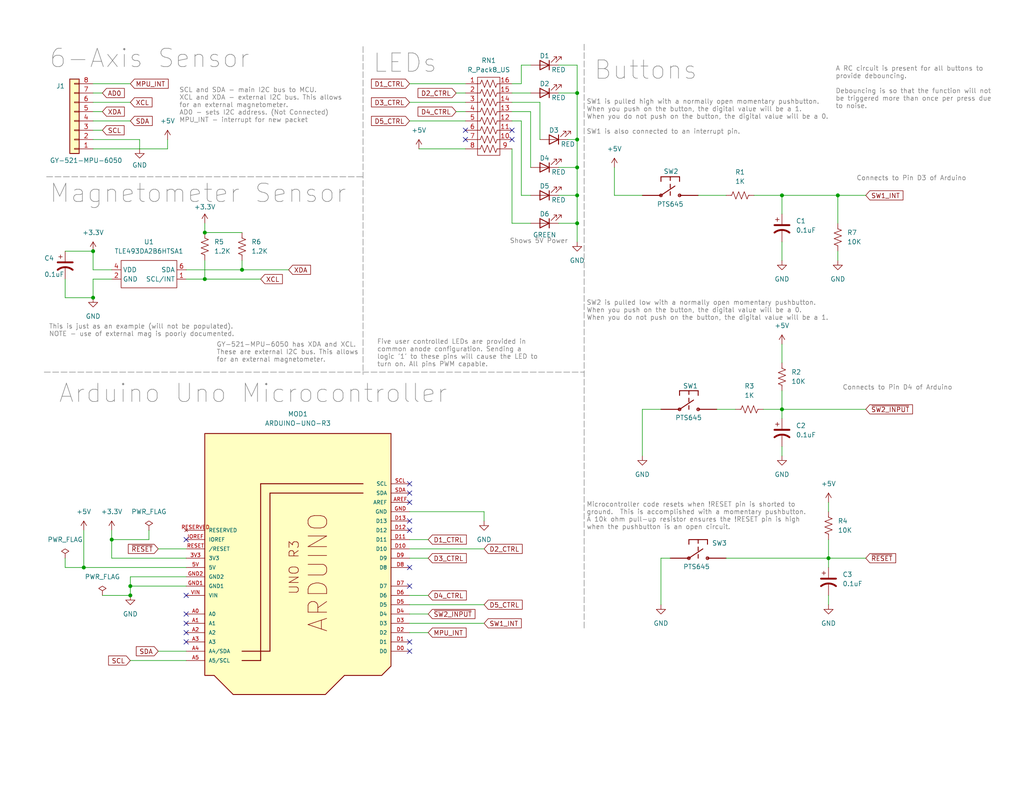
<source format=kicad_sch>
(kicad_sch (version 20230121) (generator eeschema)
  (paper "USLetter")
  (title_block (title "Week 3 Electrical Training Schematic") (date "2023-10-11") (rev "1.0") (company "RoboJackets"))
  (lib_symbols
    (symbol "Connector_Generic:Conn_01x08" (pin_names (offset 1.016) hide)
      (property "Reference" "J" (at 0 10.16 0))
      (property "Value" "Conn_01x08" (at 0 -12.7 0))
      (symbol "Conn_01x08_1_1"
        (rectangle (start -1.27 -10.033) (end 0 -10.287) (stroke (width 0.1524)))
        (rectangle (start -1.27 -7.493) (end 0 -7.747) (stroke (width 0.1524)))
        (rectangle (start -1.27 -4.953) (end 0 -5.207) (stroke (width 0.1524)))
        (rectangle (start -1.27 -2.413) (end 0 -2.667) (stroke (width 0.1524)))
        (rectangle (start -1.27 0.127) (end 0 -0.127) (stroke (width 0.1524)))
        (rectangle (start -1.27 2.667) (end 0 2.413) (stroke (width 0.1524)))
        (rectangle (start -1.27 5.207) (end 0 4.953) (stroke (width 0.1524)))
        (rectangle (start -1.27 7.747) (end 0 7.493) (stroke (width 0.1524)))
        (rectangle (start -1.27 8.89) (end 1.27 -11.43) (stroke (width 0.254)) (fill (type background)))
        (pin passive line (at -5.08 7.62 0) (length 3.81) (name "Pin_1") (number "1"))
        (pin passive line (at -5.08 5.08 0) (length 3.81) (name "Pin_2") (number "2"))
        (pin passive line (at -5.08 2.54 0) (length 3.81) (name "Pin_3") (number "3"))
        (pin passive line (at -5.08 0 0) (length 3.81) (name "Pin_4") (number "4"))
        (pin passive line (at -5.08 -2.54 0) (length 3.81) (name "Pin_5") (number "5"))
        (pin passive line (at -5.08 -5.08 0) (length 3.81) (name "Pin_6") (number "6"))
        (pin passive line (at -5.08 -7.62 0) (length 3.81) (name "Pin_7") (number "7"))
        (pin passive line (at -5.08 -10.16 0) (length 3.81) (name "Pin_8") (number "8"))
      )
    )
    (symbol "Device:C_Polarized_US" (pin_numbers hide) (pin_names (offset 0.254) hide)
      (property "Reference" "C" (at 0.635 2.54 0))
      (property "Value" "C_Polarized_US" (at 0.635 -2.54 0))
      (symbol "C_Polarized_US_0_1"
        (polyline (pts (xy -2.032 0.762) (xy 2.032 0.762)) (stroke (width 0.508)))
        (polyline (pts (xy -1.778 2.286) (xy -0.762 2.286)))
        (polyline (pts (xy -1.27 1.778) (xy -1.27 2.794)))
        (arc (start 2.032 -1.27) (mid 0 -0.5572) (end -2.032 -1.27) (stroke (width 0.508)))
      )
      (symbol "C_Polarized_US_1_1"
        (pin passive line (at 0 3.81 270) (length 2.794) (name "~") (number "1"))
        (pin passive line (at 0 -3.81 90) (length 3.302) (name "~") (number "2"))
      )
    )
    (symbol "Device:LED" (pin_numbers hide) (pin_names (offset 1.016) hide)
      (property "Reference" "D" (at 0 2.54 0))
      (property "Value" "LED" (at 0 -2.54 0))
      (symbol "LED_0_1"
        (polyline (pts (xy -1.27 -1.27) (xy -1.27 1.27)) (stroke (width 0.254)))
        (polyline (pts (xy -1.27 0) (xy 1.27 0)))
        (polyline (pts (xy 1.27 -1.27) (xy 1.27 1.27) (xy -1.27 0) (xy 1.27 -1.27)) (stroke (width 0.254)))
        (polyline (pts (xy -3.048 -0.762) (xy -4.572 -2.286) (xy -3.81 -2.286) (xy -4.572 -2.286) (xy -4.572 -1.524)))
        (polyline (pts (xy -1.778 -0.762) (xy -3.302 -2.286) (xy -2.54 -2.286) (xy -3.302 -2.286) (xy -3.302 -1.524)))
      )
      (symbol "LED_1_1"
        (pin passive line (at -3.81 0 0) (length 2.54) (name "K") (number "1"))
        (pin passive line (at 3.81 0 180) (length 2.54) (name "A") (number "2"))
      )
    )
    (symbol "Device:R_US" (pin_numbers hide) (pin_names (offset 0))
      (property "Reference" "R" (at 2.54 0 90))
      (property "Value" "R_US" (at -2.54 0 90))
      (symbol "R_US_0_1"
        (polyline (pts (xy 0 -2.286) (xy 0 -2.54)))
        (polyline (pts (xy 0 2.286) (xy 0 2.54)))
        (polyline (pts (xy 0 -0.762) (xy 1.016 -1.143) (xy 0 -1.524) (xy -1.016 -1.905) (xy 0 -2.286)))
        (polyline (pts (xy 0 0.762) (xy 1.016 0.381) (xy 0 0) (xy -1.016 -0.381) (xy 0 -0.762)))
        (polyline (pts (xy 0 2.286) (xy 1.016 1.905) (xy 0 1.524) (xy -1.016 1.143) (xy 0 0.762)))
      )
      (symbol "R_US_1_1"
        (pin passive line (at 0 3.81 270) (length 1.27) (name "~") (number "1"))
        (pin passive line (at 0 -3.81 90) (length 1.27) (name "~") (number "2"))
      )
    )
    (symbol "PTS645_1" (pin_names (offset 1.016))
      (property "Reference" "SW" (at -2.54 -2.54 0))
      (property "Value" "PTS645" (at 0.508 5.969 0))
      (symbol "PTS645_1_0_0"
        (circle (center -2.54 0) (radius 0.3592) (stroke (width 0.254)))
        (polyline (pts (xy -7.62 0) (xy -2.54 0)) (stroke (width 0.254)))
        (polyline (pts (xy -2.54 0) (xy 1.27 2.54)) (stroke (width 0.254)))
        (polyline (pts (xy -2.54 3.81) (xy -2.54 5.08)) (stroke (width 0.254)))
        (polyline (pts (xy -2.54 5.08) (xy 0 5.08)) (stroke (width 0.254)))
        (polyline (pts (xy 0 0) (xy 0 1.016)) (stroke (width 0.254)))
        (polyline (pts (xy 0 2.032) (xy 0 3.048)) (stroke (width 0.254)))
        (polyline (pts (xy 0 4.064) (xy 0 5.08)) (stroke (width 0.254)))
        (polyline (pts (xy 0 5.08) (xy 2.54 5.08)) (stroke (width 0.254)))
        (polyline (pts (xy 2.54 0) (xy 7.62 0)) (stroke (width 0.254)))
        (polyline (pts (xy 2.54 5.08) (xy 2.54 3.81)) (stroke (width 0.254)))
        (circle (center 2.54 0) (radius 0.3592) (stroke (width 0.254)))
      )
      (symbol "PTS645_1_1_0"
        (pin passive line (at -7.62 0 0) (length 5.08) hide (name "~") (number "1"))
        (pin passive line (at -7.62 0 0) (length 5.08) hide (name "~") (number "2"))
        (pin passive line (at 7.62 0 180) (length 5.08) hide (name "~") (number "3"))
        (pin passive line (at 7.62 0 180) (length 5.08) hide (name "~") (number "4"))
      )
    )
    (symbol "PTS645_2" (pin_names (offset 1.016))
      (property "Reference" "SW" (at -2.54 -2.54 0))
      (property "Value" "PTS645" (at 0.508 5.969 0))
      (symbol "PTS645_2_0_0"
        (circle (center -2.54 0) (radius 0.3592) (stroke (width 0.254)))
        (polyline (pts (xy -7.62 0) (xy -2.54 0)) (stroke (width 0.254)))
        (polyline (pts (xy -2.54 0) (xy 1.27 2.54)) (stroke (width 0.254)))
        (polyline (pts (xy -2.54 3.81) (xy -2.54 5.08)) (stroke (width 0.254)))
        (polyline (pts (xy -2.54 5.08) (xy 0 5.08)) (stroke (width 0.254)))
        (polyline (pts (xy 0 0) (xy 0 1.016)) (stroke (width 0.254)))
        (polyline (pts (xy 0 2.032) (xy 0 3.048)) (stroke (width 0.254)))
        (polyline (pts (xy 0 4.064) (xy 0 5.08)) (stroke (width 0.254)))
        (polyline (pts (xy 0 5.08) (xy 2.54 5.08)) (stroke (width 0.254)))
        (polyline (pts (xy 2.54 0) (xy 7.62 0)) (stroke (width 0.254)))
        (polyline (pts (xy 2.54 5.08) (xy 2.54 3.81)) (stroke (width 0.254)))
        (circle (center 2.54 0) (radius 0.3592) (stroke (width 0.254)))
      )
      (symbol "PTS645_2_1_0"
        (pin passive line (at -7.62 0 0) (length 5.08) hide (name "~") (number "1"))
        (pin passive line (at -7.62 0 0) (length 5.08) hide (name "~") (number "2"))
        (pin passive line (at 7.62 0 180) (length 5.08) hide (name "~") (number "3"))
        (pin passive line (at 7.62 0 180) (length 5.08) hide (name "~") (number "4"))
      )
    )
    (symbol "RoboJackets:ARDUINO-UNO-R3" (pin_names (offset 1.016))
      (property "Reference" "MOD" (at 30.861 -41.656 90))
      (property "Value" "ARDUINO-UNO-R3" (at -2.794 36.322 0))
      (symbol "ARDUINO-UNO-R3_0_0"
        (polyline (pts (xy -10.16 -27.94) (xy -15.24 -27.94)) (stroke (width 0.254)))
        (polyline (pts (xy -10.16 20.32) (xy -10.16 -27.94)) (stroke (width 0.254)))
        (polyline (pts (xy -7.62 -25.4) (xy -15.24 -25.4)) (stroke (width 0.254)))
        (polyline (pts (xy -7.62 17.78) (xy -7.62 -25.4)) (stroke (width 0.254)))
        (polyline (pts (xy 17.78 17.78) (xy -7.62 17.78)) (stroke (width 0.254)))
        (polyline (pts (xy 17.78 20.32) (xy -10.16 20.32)) (stroke (width 0.254)))
        (text "ARDUINO" (at 2.54 12.7 900) (effects (font (size 5.08 5.08)) (justify right top)))
        (text "UNO R3" (at -2.54 5.08 900) (effects (font (size 2.54 2.54)) (justify right top)))
        (pin power_in line (at -30.48 -2.54 0) (length 5.08) (name "5V") (number "5V"))
        (pin bidirectional line (at -30.48 -15.24 0) (length 5.08) (name "A0") (number "A0"))
        (pin bidirectional line (at -30.48 -17.78 0) (length 5.08) (name "A1") (number "A1"))
        (pin bidirectional line (at -30.48 -20.32 0) (length 5.08) (name "A2") (number "A2"))
        (pin bidirectional line (at -30.48 -22.86 0) (length 5.08) (name "A3") (number "A3"))
        (pin bidirectional line (at -30.48 -25.4 0) (length 5.08) (name "A4/SDA") (number "A4"))
        (pin bidirectional line (at -30.48 -27.94 0) (length 5.08) (name "A5/SCL") (number "A5"))
        (pin bidirectional line (at 30.48 15.24 180) (length 5.08) (name "AREF") (number "AREF"))
        (pin bidirectional line (at 30.48 -25.4 180) (length 5.08) (name "D0") (number "D0"))
        (pin bidirectional line (at 30.48 -22.86 180) (length 5.08) (name "D1") (number "D1"))
        (pin bidirectional line (at 30.48 2.54 180) (length 5.08) (name "D10") (number "D10"))
        (pin bidirectional line (at 30.48 5.08 180) (length 5.08) (name "D11") (number "D11"))
        (pin bidirectional line (at 30.48 7.62 180) (length 5.08) (name "D12") (number "D12"))
        (pin bidirectional line (at 30.48 10.16 180) (length 5.08) (name "D13") (number "D13"))
        (pin bidirectional line (at 30.48 -20.32 180) (length 5.08) (name "D2") (number "D2"))
        (pin bidirectional line (at 30.48 -17.78 180) (length 5.08) (name "D3") (number "D3"))
        (pin bidirectional line (at 30.48 -15.24 180) (length 5.08) (name "D4") (number "D4"))
        (pin bidirectional line (at 30.48 -12.7 180) (length 5.08) (name "D5") (number "D5"))
        (pin bidirectional line (at 30.48 -10.16 180) (length 5.08) (name "D6") (number "D6"))
        (pin bidirectional line (at 30.48 -7.62 180) (length 5.08) (name "D7") (number "D7"))
        (pin bidirectional line (at 30.48 -2.54 180) (length 5.08) (name "D8") (number "D8"))
        (pin bidirectional line (at 30.48 0 180) (length 5.08) (name "D9") (number "D9"))
        (pin power_in line (at 30.48 12.7 180) (length 5.08) (name "GND") (number "GND"))
        (pin power_in line (at -30.48 -7.62 0) (length 5.08) (name "GND1") (number "GND1"))
        (pin power_in line (at -30.48 -5.08 0) (length 5.08) (name "GND2") (number "GND2"))
        (pin output line (at -30.48 5.08 0) (length 5.08) (name "IOREF") (number "IOREF"))
        (pin no_connect line (at -30.48 7.62 0) (length 5.08) (name "RESERVED") (number "RESERVED"))
        (pin bidirectional line (at -30.48 2.54 0) (length 5.08) (name "/RESET") (number "RESET"))
        (pin bidirectional line (at 30.48 20.32 180) (length 5.08) (name "SCL") (number "SCL"))
        (pin bidirectional line (at 30.48 17.78 180) (length 5.08) (name "SDA") (number "SDA"))
        (pin power_in line (at -30.48 -10.16 0) (length 5.08) (name "VIN") (number "VIN"))
      )
      (symbol "ARDUINO-UNO-R3_1_0"
        (pin power_in line (at -30.48 0 0) (length 5.08) (name "3V3") (number "3V3"))
      )
      (symbol "ARDUINO-UNO-R3_1_1"
        (polyline (pts (xy 25.4 34.036) (xy -25.4 34.036) (xy -25.4 -32.004) (xy -22.86 -32.004) (xy -17.653 -37.211) (xy 7.493 -37.211) (xy 12.7 -32.004) (xy 22.86 -32.004) (xy 25.4 -29.464) (xy 25.4 34.036)) (stroke (width 0.254)) (fill (type background)))
      )
    )
    (symbol "RoboJackets:PTS645" (pin_names (offset 1.016))
      (property "Reference" "SW" (at -2.54 -2.54 0))
      (property "Value" "PTS645" (at 0.508 5.969 0))
      (symbol "PTS645_0_0"
        (circle (center -2.54 0) (radius 0.3592) (stroke (width 0.254)))
        (polyline (pts (xy -7.62 0) (xy -2.54 0)) (stroke (width 0.254)))
        (polyline (pts (xy -2.54 0) (xy 1.27 2.54)) (stroke (width 0.254)))
        (polyline (pts (xy -2.54 3.81) (xy -2.54 5.08)) (stroke (width 0.254)))
        (polyline (pts (xy -2.54 5.08) (xy 0 5.08)) (stroke (width 0.254)))
        (polyline (pts (xy 0 0) (xy 0 1.016)) (stroke (width 0.254)))
        (polyline (pts (xy 0 2.032) (xy 0 3.048)) (stroke (width 0.254)))
        (polyline (pts (xy 0 4.064) (xy 0 5.08)) (stroke (width 0.254)))
        (polyline (pts (xy 0 5.08) (xy 2.54 5.08)) (stroke (width 0.254)))
        (polyline (pts (xy 2.54 0) (xy 7.62 0)) (stroke (width 0.254)))
        (polyline (pts (xy 2.54 5.08) (xy 2.54 3.81)) (stroke (width 0.254)))
        (circle (center 2.54 0) (radius 0.3592) (stroke (width 0.254)))
      )
      (symbol "PTS645_1_0"
        (pin passive line (at -7.62 0 0) (length 5.08) hide (name "~") (number "1"))
        (pin passive line (at -7.62 0 0) (length 5.08) hide (name "~") (number "2"))
        (pin passive line (at 7.62 0 180) (length 5.08) hide (name "~") (number "3"))
        (pin passive line (at 7.62 0 180) (length 5.08) hide (name "~") (number "4"))
      )
    )
    (symbol "RoboJackets:R_Pack8_US"
      (property "Reference" "RN" (at 1.2192 2.794 0))
      (property "Value" "R_Pack8_US" (at 1.3208 -21.0566 0))
      (symbol "R_Pack8_US_0_1"
        (rectangle (start -1.778 1.778) (end 4.318 -19.558))
        (polyline (pts (xy -1.016 -17.78) (xy -1.27 -17.78)))
        (polyline (pts (xy -1.016 -15.24) (xy -1.27 -15.24)))
        (polyline (pts (xy -1.016 -12.7) (xy -1.27 -12.7)))
        (polyline (pts (xy -1.016 -10.16) (xy -1.27 -10.16)))
        (polyline (pts (xy -1.016 -7.62) (xy -1.27 -7.62)))
        (polyline (pts (xy -1.016 -5.08) (xy -1.27 -5.08)))
        (polyline (pts (xy -1.016 -2.54) (xy -1.27 -2.54)))
        (polyline (pts (xy -1.016 0) (xy -1.27 0)))
        (polyline (pts (xy 3.556 -17.78) (xy 3.81 -17.78)))
        (polyline (pts (xy 3.556 -15.24) (xy 3.81 -15.24)))
        (polyline (pts (xy 3.556 -12.7) (xy 3.81 -12.7)))
        (polyline (pts (xy 3.556 -10.16) (xy 3.81 -10.16)))
        (polyline (pts (xy 3.556 -7.62) (xy 3.81 -7.62)))
        (polyline (pts (xy 3.556 -5.08) (xy 3.81 -5.08)))
        (polyline (pts (xy 3.556 -2.54) (xy 3.81 -2.54)))
        (polyline (pts (xy 3.556 0) (xy 3.81 0)))
        (polyline (pts (xy -1.016 -17.78) (xy -0.635 -16.764) (xy -0.254 -17.78) (xy 0.127 -18.796) (xy 0.508 -17.78)))
        (polyline (pts (xy -1.016 -15.24) (xy -0.635 -14.224) (xy -0.254 -15.24) (xy 0.127 -16.256) (xy 0.508 -15.24)))
        (polyline (pts (xy -1.016 -12.7) (xy -0.635 -11.684) (xy -0.254 -12.7) (xy 0.127 -13.716) (xy 0.508 -12.7)))
        (polyline (pts (xy -1.016 -10.16) (xy -0.635 -9.144) (xy -0.254 -10.16) (xy 0.127 -11.176) (xy 0.508 -10.16)))
        (polyline (pts (xy -1.016 -7.62) (xy -0.635 -6.604) (xy -0.254 -7.62) (xy 0.127 -8.636) (xy 0.508 -7.62)))
        (polyline (pts (xy -1.016 -5.08) (xy -0.635 -4.064) (xy -0.254 -5.08) (xy 0.127 -6.096) (xy 0.508 -5.08)))
        (polyline (pts (xy -1.016 -2.54) (xy -0.635 -1.524) (xy -0.254 -2.54) (xy 0.127 -3.556) (xy 0.508 -2.54)))
        (polyline (pts (xy -1.016 0) (xy -0.635 1.016) (xy -0.254 0) (xy 0.127 -1.016) (xy 0.508 0)))
        (polyline (pts (xy 0.508 -17.78) (xy 0.889 -16.764) (xy 1.27 -17.78) (xy 1.651 -18.796) (xy 2.032 -17.78)))
        (polyline (pts (xy 0.508 -15.24) (xy 0.889 -14.224) (xy 1.27 -15.24) (xy 1.651 -16.256) (xy 2.032 -15.24)))
        (polyline (pts (xy 0.508 -12.7) (xy 0.889 -11.684) (xy 1.27 -12.7) (xy 1.651 -13.716) (xy 2.032 -12.7)))
        (polyline (pts (xy 0.508 -10.16) (xy 0.889 -9.144) (xy 1.27 -10.16) (xy 1.651 -11.176) (xy 2.032 -10.16)))
        (polyline (pts (xy 0.508 -7.62) (xy 0.889 -6.604) (xy 1.27 -7.62) (xy 1.651 -8.636) (xy 2.032 -7.62)))
        (polyline (pts (xy 0.508 -5.08) (xy 0.889 -4.064) (xy 1.27 -5.08) (xy 1.651 -6.096) (xy 2.032 -5.08)))
        (polyline (pts (xy 0.508 -2.54) (xy 0.889 -1.524) (xy 1.27 -2.54) (xy 1.651 -3.556) (xy 2.032 -2.54)))
        (polyline (pts (xy 0.508 0) (xy 0.889 1.016) (xy 1.27 0) (xy 1.651 -1.016) (xy 2.032 0)))
        (polyline (pts (xy 2.032 -17.78) (xy 2.413 -16.764) (xy 2.794 -17.78) (xy 3.175 -18.796) (xy 3.556 -17.78)))
        (polyline (pts (xy 2.032 -15.24) (xy 2.413 -14.224) (xy 2.794 -15.24) (xy 3.175 -16.256) (xy 3.556 -15.24)))
        (polyline (pts (xy 2.032 -12.7) (xy 2.413 -11.684) (xy 2.794 -12.7) (xy 3.175 -13.716) (xy 3.556 -12.7)))
        (polyline (pts (xy 2.032 -10.16) (xy 2.413 -9.144) (xy 2.794 -10.16) (xy 3.175 -11.176) (xy 3.556 -10.16)))
        (polyline (pts (xy 2.032 -7.62) (xy 2.413 -6.604) (xy 2.794 -7.62) (xy 3.175 -8.636) (xy 3.556 -7.62)))
        (polyline (pts (xy 2.032 -5.08) (xy 2.413 -4.064) (xy 2.794 -5.08) (xy 3.175 -6.096) (xy 3.556 -5.08)))
        (polyline (pts (xy 2.032 -2.54) (xy 2.413 -1.524) (xy 2.794 -2.54) (xy 3.175 -3.556) (xy 3.556 -2.54)))
        (polyline (pts (xy 2.032 0) (xy 2.413 1.016) (xy 2.794 0) (xy 3.175 -1.016) (xy 3.556 0)))
      )
      (symbol "R_Pack8_US_1_1"
        (pin passive line (at -5.08 0 0) (length 3.81) (name "~") (number "1"))
        (pin passive line (at 7.62 -15.24 180) (length 3.81) (name "~") (number "10"))
        (pin passive line (at 7.62 -12.7 180) (length 3.81) (name "~") (number "11"))
        (pin passive line (at 7.62 -10.16 180) (length 3.81) (name "~") (number "12"))
        (pin passive line (at 7.62 -7.62 180) (length 3.81) (name "~") (number "13"))
        (pin passive line (at 7.62 -5.08 180) (length 3.81) (name "~") (number "14"))
        (pin passive line (at 7.62 -2.54 180) (length 3.81) (name "~") (number "15"))
        (pin passive line (at 7.62 0 180) (length 3.81) (name "~") (number "16"))
        (pin passive line (at -5.08 -2.54 0) (length 3.81) (name "~") (number "2"))
        (pin passive line (at -5.08 -5.08 0) (length 3.81) (name "~") (number "3"))
        (pin passive line (at -5.08 -7.62 0) (length 3.81) (name "~") (number "4"))
        (pin passive line (at -5.08 -10.16 0) (length 3.81) (name "~") (number "5"))
        (pin passive line (at -5.08 -12.7 0) (length 3.81) (name "~") (number "6"))
        (pin passive line (at -5.08 -15.24 0) (length 3.81) (name "~") (number "7"))
        (pin passive line (at -5.08 -17.78 0) (length 3.81) (name "~") (number "8"))
        (pin passive line (at 7.62 -17.78 180) (length 3.81) (name "~") (number "9"))
      )
    )
    (symbol "RoboJackets:TLE493DA2B6HTSA1"
      (property "Reference" "U" (at -1.2144 3.8475 0))
      (property "Value" "TLE493DA2B6HTSA1" (at -0.4826 -6.8326 0))
      (symbol "TLE493DA2B6HTSA1_0_1"
        (rectangle (start -7.5946 2.54) (end 7.62 -4.9276))
      )
      (symbol "TLE493DA2B6HTSA1_1_1"
        (pin passive line (at 10.16 -2.54 180) (length 2.54) (name "SCL/INT") (number "1"))
        (pin passive line (at -10.16 -2.54 0) (length 2.54) (name "GND") (number "2"))
        (pin passive line (at -10.16 -2.54 0) (length 2.54) hide (name "GND") (number "3"))
        (pin passive line (at -10.16 0 0) (length 2.54) (name "VDD") (number "4"))
        (pin passive line (at -10.16 -2.54 0) (length 2.54) hide (name "GND") (number "5"))
        (pin passive line (at 10.16 0 180) (length 2.54) (name "SDA") (number "6"))
      )
    )
    (symbol "power:+3.3V" (power) (pin_names (offset 0))
      (property "Value" "+3.3V" (at 0 3.556 0))
      (symbol "+3.3V_0_1"
        (polyline (pts (xy -0.762 1.27) (xy 0 2.54)))
        (polyline (pts (xy 0 0) (xy 0 2.54)))
        (polyline (pts (xy 0 2.54) (xy 0.762 1.27)))
      )
      (symbol "+3.3V_1_1"
        (pin power_in line (at 0 0 90) (length 0) hide (name "+3.3V") (number "1"))
      )
    )
    (symbol "power:+5V" (power) (pin_names (offset 0))
      (property "Value" "+5V" (at 0 3.556 0))
      (symbol "+5V_0_1"
        (polyline (pts (xy -0.762 1.27) (xy 0 2.54)))
        (polyline (pts (xy 0 0) (xy 0 2.54)))
        (polyline (pts (xy 0 2.54) (xy 0.762 1.27)))
      )
      (symbol "+5V_1_1"
        (pin power_in line (at 0 0 90) (length 0) hide (name "+5V") (number "1"))
      )
    )
    (symbol "power:GND" (power) (pin_names (offset 0))
      (property "Value" "GND" (at 0 -3.81 0))
      (symbol "GND_0_1"
        (polyline (pts (xy 0 0) (xy 0 -1.27) (xy 1.27 -1.27) (xy 0 -2.54) (xy -1.27 -1.27) (xy 0 -1.27)))
      )
      (symbol "GND_1_1"
        (pin power_in line (at 0 0 270) (length 0) hide (name "GND") (number "1"))
      )
    )
    (symbol "power:PWR_FLAG" (power) (pin_numbers hide) (pin_names (offset 0) hide)
      (property "Value" "PWR_FLAG" (at 0 3.81 0))
      (symbol "PWR_FLAG_0_0"
        (pin power_out line (at 0 0 90) (length 0) (name "pwr") (number "1"))
      )
      (symbol "PWR_FLAG_0_1"
        (polyline (pts (xy 0 0) (xy 0 1.27) (xy -1.016 1.905) (xy 0 2.54) (xy 1.016 1.905) (xy 0 1.27)))
      )
    )
  )
  (junction (at 22.86 154.94))
  (junction (at 213.36 111.76))
  (junction (at 157.48 53.34))
  (junction (at 35.56 162.56))
  (junction (at 157.48 45.72))
  (junction (at 226.06 152.4))
  (junction (at 157.48 38.1))
  (junction (at 213.36 53.34))
  (junction (at 66.04 73.66))
  (junction (at 55.88 63.5))
  (junction (at 55.88 76.2))
  (junction (at 157.48 60.96))
  (junction (at 35.56 160.02))
  (junction (at 25.4 68.58))
  (junction (at 25.4 81.28))
  (junction (at 157.48 25.4))
  (junction (at 228.6 53.34))
  (junction (at 30.48 147.32))
  (no_connect (at 111.76 134.62))
  (no_connect (at 50.8 175.26))
  (no_connect (at 127 35.56))
  (no_connect (at 139.7 38.1))
  (no_connect (at 50.8 167.64))
  (no_connect (at 111.76 142.24))
  (no_connect (at 111.76 177.8))
  (no_connect (at 111.76 160.02))
  (no_connect (at 111.76 137.16))
  (no_connect (at 50.8 170.18))
  (no_connect (at 139.7 35.56))
  (no_connect (at 50.8 162.56))
  (no_connect (at 111.76 175.26))
  (no_connect (at 50.8 147.32))
  (no_connect (at 111.76 144.78))
  (no_connect (at 111.76 132.08))
  (no_connect (at 50.8 172.72))
  (no_connect (at 111.76 154.94))
  (no_connect (at 127 38.1))
  (wire (pts (xy 27.94 162.56) (xy 35.56 162.56)))
  (wire (pts (xy 175.26 111.76) (xy 175.26 124.46)))
  (wire (pts (xy 30.48 152.4) (xy 30.48 147.32)))
  (wire (pts (xy 157.48 60.96) (xy 157.48 66.04)))
  (wire (pts (xy 111.76 172.72) (xy 116.84 172.72)))
  (wire (pts (xy 25.4 73.66) (xy 30.48 73.66)))
  (wire (pts (xy 142.24 22.86) (xy 139.7 22.86)))
  (wire (pts (xy 127 40.64) (xy 114.3 40.64)))
  (wire (pts (xy 50.8 76.2) (xy 55.88 76.2)))
  (wire (pts (xy 213.36 106.68) (xy 213.36 111.76)))
  (wire (pts (xy 55.88 76.2) (xy 55.88 71.12)))
  (wire (pts (xy 111.76 147.32) (xy 116.84 147.32)))
  (wire (pts (xy 124.46 30.48) (xy 127 30.48)))
  (wire (pts (xy 144.78 30.48) (xy 139.7 30.48)))
  (wire (pts (xy 35.56 157.48) (xy 50.8 157.48)))
  (wire (pts (xy 35.56 157.48) (xy 35.56 160.02)))
  (wire (pts (xy 17.78 68.58) (xy 25.4 68.58)))
  (wire (pts (xy 25.4 33.02) (xy 35.56 33.02)))
  (wire (pts (xy 25.4 76.2) (xy 25.4 81.28)))
  (wire (pts (xy 25.4 35.56) (xy 27.94 35.56)))
  (wire (pts (xy 22.86 154.94) (xy 22.86 144.78)))
  (wire (pts (xy 25.4 40.64) (xy 45.72 40.64)))
  (wire (pts (xy 152.4 53.34) (xy 157.48 53.34)))
  (polyline (pts (xy 159.385 12.065) (xy 159.385 171.831)) (stroke (width 0) (type dash) (color 128 128 128 1)))
  (wire (pts (xy 175.26 111.76) (xy 180.34 111.76)))
  (wire (pts (xy 55.88 60.96) (xy 55.88 63.5)))
  (wire (pts (xy 111.76 22.86) (xy 127 22.86)))
  (wire (pts (xy 180.34 152.4) (xy 180.34 165.1)))
  (wire (pts (xy 142.24 17.78) (xy 144.78 17.78)))
  (wire (pts (xy 139.7 25.4) (xy 144.78 25.4)))
  (wire (pts (xy 226.06 162.56) (xy 226.06 165.1)))
  (wire (pts (xy 139.7 60.96) (xy 139.7 40.64)))
  (wire (pts (xy 111.76 27.94) (xy 127 27.94)))
  (wire (pts (xy 25.4 27.94) (xy 35.56 27.94)))
  (wire (pts (xy 144.78 60.96) (xy 139.7 60.96)))
  (wire (pts (xy 25.4 68.58) (xy 25.4 73.66)))
  (wire (pts (xy 226.06 152.4) (xy 236.22 152.4)))
  (wire (pts (xy 35.56 160.02) (xy 35.56 162.56)))
  (wire (pts (xy 213.36 53.34) (xy 213.36 58.42)))
  (wire (pts (xy 111.76 165.1) (xy 132.08 165.1)))
  (wire (pts (xy 17.78 152.4) (xy 17.78 154.94)))
  (wire (pts (xy 190.5 53.34) (xy 198.12 53.34)))
  (wire (pts (xy 228.6 68.58) (xy 228.6 71.12)))
  (wire (pts (xy 111.76 170.18) (xy 132.08 170.18)))
  (wire (pts (xy 213.36 53.34) (xy 228.6 53.34)))
  (wire (pts (xy 167.64 45.72) (xy 167.64 53.34)))
  (wire (pts (xy 208.28 111.76) (xy 213.36 111.76)))
  (wire (pts (xy 226.06 137.16) (xy 226.06 139.7)))
  (wire (pts (xy 43.18 149.86) (xy 50.8 149.86)))
  (wire (pts (xy 17.78 154.94) (xy 22.86 154.94)))
  (wire (pts (xy 213.36 121.92) (xy 213.36 124.46)))
  (wire (pts (xy 226.06 147.32) (xy 226.06 152.4)))
  (wire (pts (xy 157.48 38.1) (xy 157.48 45.72)))
  (wire (pts (xy 228.6 53.34) (xy 228.6 60.96)))
  (wire (pts (xy 198.12 152.4) (xy 226.06 152.4)))
  (wire (pts (xy 35.56 160.02) (xy 50.8 160.02)))
  (wire (pts (xy 157.48 17.78) (xy 152.4 17.78)))
  (wire (pts (xy 50.8 73.66) (xy 66.04 73.66)))
  (wire (pts (xy 25.4 25.4) (xy 27.94 25.4)))
  (wire (pts (xy 152.4 45.72) (xy 157.48 45.72)))
  (polyline (pts (xy 12.7 48.26) (xy 99.06 48.26)) (stroke (width 0) (type dash) (color 128 128 128 1)))
  (polyline (pts (xy 12.065 101.6) (xy 159.385 101.6)) (stroke (width 0) (type dash) (color 128 128 128 1)))
  (wire (pts (xy 213.36 66.04) (xy 213.36 71.12)))
  (wire (pts (xy 144.78 53.34) (xy 142.24 53.34)))
  (wire (pts (xy 167.64 53.34) (xy 175.26 53.34)))
  (wire (pts (xy 142.24 17.78) (xy 142.24 22.86)))
  (wire (pts (xy 124.46 25.4) (xy 127 25.4)))
  (wire (pts (xy 30.48 147.32) (xy 30.48 144.78)))
  (wire (pts (xy 45.72 40.64) (xy 45.72 38.1)))
  (wire (pts (xy 157.48 45.72) (xy 157.48 53.34)))
  (wire (pts (xy 111.76 162.56) (xy 116.84 162.56)))
  (wire (pts (xy 152.4 25.4) (xy 157.48 25.4)))
  (wire (pts (xy 111.76 33.02) (xy 127 33.02)))
  (wire (pts (xy 55.88 63.5) (xy 66.04 63.5)))
  (wire (pts (xy 154.94 38.1) (xy 157.48 38.1)))
  (wire (pts (xy 226.06 152.4) (xy 226.06 154.94)))
  (wire (pts (xy 144.78 45.72) (xy 144.78 30.48)))
  (wire (pts (xy 132.08 139.7) (xy 132.08 142.24)))
  (wire (pts (xy 228.6 53.34) (xy 236.22 53.34)))
  (wire (pts (xy 195.58 111.76) (xy 200.66 111.76)))
  (wire (pts (xy 111.76 152.4) (xy 116.84 152.4)))
  (wire (pts (xy 213.36 111.76) (xy 213.36 114.3)))
  (wire (pts (xy 213.36 111.76) (xy 236.22 111.76)))
  (wire (pts (xy 142.24 33.02) (xy 139.7 33.02)))
  (wire (pts (xy 25.4 22.86) (xy 35.56 22.86)))
  (wire (pts (xy 142.24 53.34) (xy 142.24 33.02)))
  (wire (pts (xy 111.76 167.64) (xy 116.84 167.64)))
  (wire (pts (xy 43.18 177.8) (xy 50.8 177.8)))
  (wire (pts (xy 30.48 152.4) (xy 50.8 152.4)))
  (polyline (pts (xy 99.06 12.7) (xy 99.06 102.235)) (stroke (width 0) (type dash) (color 128 128 128 1)))
  (wire (pts (xy 25.4 81.28) (xy 17.78 81.28)))
  (wire (pts (xy 25.4 76.2) (xy 30.48 76.2)))
  (wire (pts (xy 25.4 38.1) (xy 38.1 38.1)))
  (wire (pts (xy 55.88 76.2) (xy 71.12 76.2)))
  (wire (pts (xy 66.04 71.12) (xy 66.04 73.66)))
  (wire (pts (xy 111.76 139.7) (xy 132.08 139.7)))
  (wire (pts (xy 40.64 144.78) (xy 40.64 147.32)))
  (wire (pts (xy 147.32 27.94) (xy 147.32 38.1)))
  (wire (pts (xy 111.76 149.86) (xy 132.08 149.86)))
  (wire (pts (xy 25.4 30.48) (xy 27.94 30.48)))
  (wire (pts (xy 152.4 60.96) (xy 157.48 60.96)))
  (wire (pts (xy 157.48 53.34) (xy 157.48 60.96)))
  (wire (pts (xy 157.48 25.4) (xy 157.48 17.78)))
  (wire (pts (xy 205.74 53.34) (xy 213.36 53.34)))
  (wire (pts (xy 35.56 180.34) (xy 50.8 180.34)))
  (wire (pts (xy 182.88 152.4) (xy 180.34 152.4)))
  (wire (pts (xy 66.04 73.66) (xy 78.74 73.66)))
  (wire (pts (xy 40.64 147.32) (xy 30.48 147.32)))
  (wire (pts (xy 17.78 81.28) (xy 17.78 76.2)))
  (wire (pts (xy 157.48 25.4) (xy 157.48 38.1)))
  (wire (pts (xy 147.32 27.94) (xy 139.7 27.94)))
  (wire (pts (xy 38.1 38.1) (xy 38.1 40.64)))
  (wire (pts (xy 213.36 93.98) (xy 213.36 99.06)))
  (wire (pts (xy 22.86 154.94) (xy 50.8 154.94)))
  (text "Magnetometer Sensor" (at 13.335 55.88 0) (effects (font (size 5 5)) (justify left bottom)))
  (text "Shows 5V Power" (at 139.065 66.675 0) (effects (font (size 1.27 1.27)) (justify left bottom)))
  (text "SW1 is pulled high with a normally open momentary pushbutton. \nWhen you push on the button, the digital value will be a 1.\nWhen you do not push on the button, the digital value will be a 0.\n\nSW1 is also connected to an interrupt pin." (at 160.02 36.83 0) (effects (font (size 1.27 1.27)) (justify left bottom)))
  (text "Buttons" (at 161.925 22.225 0) (effects (font (size 5 5)) (justify left bottom)))
  (text "Arduino Uno Microcontroller" (at 15.875 110.49 0) (effects (font (size 5 5)) (justify left bottom)))
  (text "This is just as an example (will not be populated).\nNOTE - use of external mag is poorly documented." (at 13.335 92.075 0) (effects (font (size 1.27 1.27)) (justify left bottom)))
  (text "GY-521-MPU-6050 has XDA and XCL. \nThese are external I2C bus. This allows \nfor an external magnetometer." (at 59.055 99.06 0) (effects (font (size 1.27 1.27)) (justify left bottom)))
  (text "LEDs" (at 101.6 20.32 0) (effects (font (size 5 5)) (justify left bottom)))
  (text "A RC circuit is present for all buttons to \nprovide debouncing.\n\nDebouncing is so that the function will not \nbe triggered more than once per press due \nto noise." (at 227.965 29.845 0) (effects (font (size 1.27 1.27)) (justify left bottom)))
  (text "6-Axis Sensor" (at 13.335 19.05 0) (effects (font (size 5 5)) (justify left bottom)))
  (text "Connects to Pin D3 of Arduino" (at 233.68 49.53 0) (effects (font (size 1.27 1.27)) (justify left bottom)))
  (text "SCL and SDA - main I2C bus to MCU. \nXCL and XDA - external I2C bus. This allows \nfor an external magnetometer.\nAD0 - sets I2C address. (Not Connected)\nMPU_INT - interrupt for new packet" (at 48.895 33.655 0) (effects (font (size 1.27 1.27)) (justify left bottom)))
  (text "Five user controlled LEDs are provided in \ncommon anode configuration. Sending a \nlogic '1' to these pins will cause the LED to\nturn on. All pins PWM capable." (at 102.87 100.33 0) (effects (font (size 1.27 1.27)) (justify left bottom)))
  (text "Connects to Pin D4 of Arduino" (at 229.87 106.68 0) (effects (font (size 1.27 1.27)) (justify left bottom)))
  (text "SW2 is pulled low with a normally open momentary pushbutton. \nWhen you push on the button, the digital value will be a 0.\nWhen you do not push on the button, the digital value will be a 1." (at 160.02 87.63 0) (effects (font (size 1.27 1.27)) (justify left bottom)))
  (text "Microcontroller code resets when !RESET pin is shorted to\nground.  This is accomplished with a momentary pushbutton. \nA 10k ohm pull-up resistor ensures the !RESET pin is high\nwhen the pushbutton is an open circuit." (at 160.02 144.78 0) (effects (font (size 1.27 1.27)) (justify left bottom)))
  (global_label "D3_CTRL" (shape input) (at 111.76 27.94 180) (property "Intersheetrefs" "${INTERSHEET_REFS}" (effects hide)))
  (global_label "D4_CTRL" (shape input) (at 116.84 162.56 0) (property "Intersheetrefs" "${INTERSHEET_REFS}" (effects hide)))
  (global_label "SCL" (shape input) (at 27.94 35.56 0) (property "Intersheetrefs" "${INTERSHEET_REFS}" (effects hide)))
  (global_label "~{SW2_INPUT}" (shape input) (at 116.84 167.64 0) (property "Intersheetrefs" "${INTERSHEET_REFS}" (effects hide)))
  (global_label "D1_CTRL" (shape input) (at 116.84 147.32 0) (property "Intersheetrefs" "${INTERSHEET_REFS}" (effects hide)))
  (global_label "SDA" (shape input) (at 35.56 33.02 0) (property "Intersheetrefs" "${INTERSHEET_REFS}" (effects hide)))
  (global_label "D1_CTRL" (shape input) (at 111.76 22.86 180) (property "Intersheetrefs" "${INTERSHEET_REFS}" (effects hide)))
  (global_label "D4_CTRL" (shape input) (at 124.46 30.48 180) (property "Intersheetrefs" "${INTERSHEET_REFS}" (effects hide)))
  (global_label "SW1_INT" (shape input) (at 132.08 170.18 0) (property "Intersheetrefs" "${INTERSHEET_REFS}" (effects hide)))
  (global_label "D5_CTRL" (shape input) (at 132.08 165.1 0) (property "Intersheetrefs" "${INTERSHEET_REFS}" (effects hide)))
  (global_label "D3_CTRL" (shape input) (at 116.84 152.4 0) (property "Intersheetrefs" "${INTERSHEET_REFS}" (effects hide)))
  (global_label "SW1_INT" (shape input) (at 236.22 53.34 0) (property "Intersheetrefs" "${INTERSHEET_REFS}" (effects hide)))
  (global_label "XDA" (shape input) (at 78.74 73.66 0) (property "Intersheetrefs" "${INTERSHEET_REFS}" (effects hide)))
  (global_label "MPU_INT" (shape input) (at 35.56 22.86 0) (property "Intersheetrefs" "${INTERSHEET_REFS}" (effects hide)))
  (global_label "SCL" (shape input) (at 35.56 180.34 180) (property "Intersheetrefs" "${INTERSHEET_REFS}" (effects hide)))
  (global_label "AD0" (shape input) (at 27.94 25.4 0) (property "Intersheetrefs" "${INTERSHEET_REFS}" (effects hide)))
  (global_label "XCL" (shape input) (at 35.56 27.94 0) (property "Intersheetrefs" "${INTERSHEET_REFS}" (effects hide)))
  (global_label "SDA" (shape input) (at 43.18 177.8 180) (property "Intersheetrefs" "${INTERSHEET_REFS}" (effects hide)))
  (global_label "~{SW2_INPUT}" (shape input) (at 236.22 111.76 0) (property "Intersheetrefs" "${INTERSHEET_REFS}" (effects hide)))
  (global_label "~{RESET}" (shape input) (at 43.18 149.86 180) (property "Intersheetrefs" "${INTERSHEET_REFS}" (effects hide)))
  (global_label "D2_CTRL" (shape input) (at 132.08 149.86 0) (property "Intersheetrefs" "${INTERSHEET_REFS}" (effects hide)))
  (global_label "~{RESET}" (shape input) (at 236.22 152.4 0) (property "Intersheetrefs" "${INTERSHEET_REFS}" (effects hide)))
  (global_label "MPU_INT" (shape input) (at 116.84 172.72 0) (property "Intersheetrefs" "${INTERSHEET_REFS}" (effects hide)))
  (global_label "XDA" (shape input) (at 27.94 30.48 0) (property "Intersheetrefs" "${INTERSHEET_REFS}" (effects hide)))
  (global_label "D2_CTRL" (shape input) (at 124.46 25.4 180) (property "Intersheetrefs" "${INTERSHEET_REFS}" (effects hide)))
  (global_label "D5_CTRL" (shape input) (at 111.76 33.02 180) (property "Intersheetrefs" "${INTERSHEET_REFS}" (effects hide)))
  (global_label "XCL" (shape input) (at 71.12 76.2 0) (property "Intersheetrefs" "${INTERSHEET_REFS}" (effects hide)))
  (symbol (lib_id "power:GND") (at 180.34 165.1 0) (unit 1)
    (property "Reference" "#PWR07" (effects hide))
    (property "Value" "GND" (at 180.34 170.18 0))
  )
  (symbol (lib_id "power:GND") (at 228.6 71.12 0) (unit 1)
    (property "Reference" "#PWR03" (effects hide))
    (property "Value" "GND" (at 228.6 76.2 0))
  )
  (symbol (lib_id "power:PWR_FLAG") (at 27.94 162.56 0) (unit 1)
    (property "Reference" "#FLG03" (effects hide))
    (property "Value" "PWR_FLAG" (at 27.94 157.48 0))
  )
  (symbol (lib_id "Device:R_US") (at 226.06 143.51 0) (unit 1)
    (property "Reference" "R4" (at 228.6 142.24 0) (effects (justify left)))
    (property "Value" "10K" (at 228.6 144.78 0) (effects (justify left)))
    (property "Footprint" "Resistor_SMD:R_0603_1608Metric_Pad0.98x0.95mm_HandSolder" (effects hide))
  )
  (symbol (lib_id "power:GND") (at 132.08 142.24 0) (unit 1)
    (property "Reference" "#PWR020" (effects hide))
    (property "Value" "GND" (at 132.08 147.32 0))
  )
  (symbol (lib_id "power:PWR_FLAG") (at 17.78 152.4 0) (unit 1)
    (property "Reference" "#FLG01" (effects hide))
    (property "Value" "PWR_FLAG" (at 17.78 147.32 0))
  )
  (symbol (lib_id "Device:LED") (at 148.59 17.78 180) (unit 1)
    (property "Reference" "D1" (at 148.59 15.24 0))
    (property "Value" "RED" (at 152.4 19.05 0))
    (property "Footprint" "LED_SMD:LED_0603_1608Metric_Pad1.05x0.95mm_HandSolder" (effects hide))
  )
  (symbol (lib_id "Device:C_Polarized_US") (at 17.78 72.39 0) (unit 1)
    (property "Reference" "C4" (at 12.065 70.485 0) (effects (justify left)))
    (property "Value" "0.1uF" (at 12.065 74.93 0) (effects (justify left)))
    (property "Footprint" "Capacitor_SMD:C_0805_2012Metric_Pad1.18x1.45mm_HandSolder" (effects hide))
  )
  (symbol (lib_id "Device:C_Polarized_US") (at 213.36 118.11 0) (unit 1)
    (property "Reference" "C2" (at 217.17 116.205 0) (effects (justify left)))
    (property "Value" "0.1uF" (at 217.17 118.745 0) (effects (justify left)))
    (property "Footprint" "Capacitor_SMD:C_0805_2012Metric_Pad1.18x1.45mm_HandSolder" (effects hide))
  )
  (symbol (lib_id "Device:LED") (at 148.59 45.72 180) (unit 1)
    (property "Reference" "D4" (at 148.59 43.18 0))
    (property "Value" "RED" (at 152.4 46.99 0))
    (property "Footprint" "LED_SMD:LED_0603_1608Metric_Pad1.05x0.95mm_HandSolder" (effects hide))
  )
  (symbol (lib_name "PTS645_1") (lib_id "RoboJackets:PTS645") (at 187.96 111.76 0) (unit 1)
    (property "Reference" "SW1" (at 186.3343 105.3725 0) (effects (justify left)))
    (property "Value" "PTS645" (at 184.2441 114.0393 0) (effects (justify left)))
    (property "Footprint" "RoboJackets:PTS645SM43SMTR" (effects hide))
    (property "MF" "C&K" (effects hide))
    (property "Description" "\nTactile Switch SPST-NO Top Actuated Surface Mount\n" (effects hide))
    (property "Package" "None" (effects hide))
    (property "Price" "None" (effects hide))
    (property "SnapEDA_Link" "https://www.snapeda.com/parts/PTS645SM43SMTR/C%2526K/view-part/?ref=snap" (effects hide))
    (property "MP" "PTS645" (effects hide))
    (property "Purchase-URL" "https://www.snapeda.com/api/url_track_click_mouser/?unipart_id=587816&manufacturer=C&amp;K&part_name=PTS645SM43SMTR&search_term=pts645" (effects hide))
    (property "DIGIKEY" "CKN9112CT-ND" (effects hide))
    (property "Availability" "In Stock" (effects hide))
    (property "Check_prices" "https://www.snapeda.com/parts/PTS645SM43SMTR/C%2526K/view-part/?ref=eda" (effects hide))
  )
  (symbol (lib_id "power:+5V") (at 114.3 40.64 0) (unit 1)
    (property "Reference" "#PWR013" (effects hide))
    (property "Value" "+5V" (at 114.3 35.56 0))
  )
  (symbol (lib_id "RoboJackets:ARDUINO-UNO-R3") (at 81.28 152.4 0) (unit 1)
    (property "Reference" "MOD1" (at 81.28 113.03 0))
    (property "Value" "ARDUINO-UNO-R3" (at 81.28 115.57 0))
    (property "Footprint" "RoboJackets:ARDUINO_UNO_R3" (effects hide))
    (property "MF" "Velleman" (effects hide))
    (property "Description" "\nARDUINO UNO REV.3 / BOX (CARTON)\n" (effects hide))
    (property "Package" "Non-Standard Arduino" (effects hide))
    (property "Price" "None" (effects hide))
    (property "SnapEDA_Link" "https://www.snapeda.com/parts/ARDUINO-UNO-R3/Velleman/view-part/?ref=snap" (effects hide))
    (property "MP" "ARDUINO-UNO-R3" (effects hide))
    (property "Availability" "Not in stock" (effects hide))
    (property "Check_prices" "https://www.snapeda.com/parts/ARDUINO-UNO-R3/Velleman/view-part/?ref=eda" (effects hide))
  )
  (symbol (lib_name "PTS645_2") (lib_id "RoboJackets:PTS645") (at 182.88 53.34 0) (unit 1)
    (property "Reference" "SW2" (at 181.0414 46.7994 0) (effects (justify left)))
    (property "Value" "PTS645" (at 179.2329 55.7512 0) (effects (justify left)))
    (property "Footprint" "RoboJackets:PTS645SM43SMTR" (effects hide))
    (property "MF" "C&K" (effects hide))
    (property "Description" "\nTactile Switch SPST-NO Top Actuated Surface Mount\n" (effects hide))
    (property "Package" "None" (effects hide))
    (property "Price" "None" (effects hide))
    (property "SnapEDA_Link" "https://www.snapeda.com/parts/PTS645SM43SMTR/C%2526K/view-part/?ref=snap" (effects hide))
    (property "MP" "PTS645" (effects hide))
    (property "Purchase-URL" "https://www.snapeda.com/api/url_track_click_mouser/?unipart_id=587816&manufacturer=C&amp;K&part_name=PTS645SM43SMTR&search_term=pts645" (effects hide))
    (property "DIGIKEY" "CKN9112CT-ND" (effects hide))
    (property "Availability" "In Stock" (effects hide))
    (property "Check_prices" "https://www.snapeda.com/parts/PTS645SM43SMTR/C%2526K/view-part/?ref=eda" (effects hide))
  )
  (symbol (lib_id "power:GND") (at 226.06 165.1 0) (unit 1)
    (property "Reference" "#PWR08" (effects hide))
    (property "Value" "GND" (at 226.06 170.18 0))
  )
  (symbol (lib_id "Device:R_US") (at 66.04 67.31 0) (unit 1)
    (property "Reference" "R6" (at 68.58 66.04 0) (effects (justify left)))
    (property "Value" "1.2K" (at 68.58 68.58 0) (effects (justify left)))
    (property "Footprint" "Resistor_SMD:R_0603_1608Metric_Pad0.98x0.95mm_HandSolder" (effects hide))
  )
  (symbol (lib_id "Device:LED") (at 148.59 53.34 180) (unit 1)
    (property "Reference" "D5" (at 148.59 50.8 0))
    (property "Value" "RED" (at 152.4 54.61 0))
    (property "Footprint" "LED_SMD:LED_0603_1608Metric_Pad1.05x0.95mm_HandSolder" (effects hide))
  )
  (symbol (lib_id "Device:C_Polarized_US") (at 226.06 158.75 0) (unit 1)
    (property "Reference" "C3" (at 229.87 156.845 0) (effects (justify left)))
    (property "Value" "0.1uF" (at 229.87 159.385 0) (effects (justify left)))
    (property "Footprint" "Capacitor_SMD:C_0805_2012Metric_Pad1.18x1.45mm_HandSolder" (effects hide))
  )
  (symbol (lib_id "power:+5V") (at 226.06 137.16 0) (unit 1)
    (property "Reference" "#PWR019" (effects hide))
    (property "Value" "+5V" (at 226.06 132.08 0))
  )
  (symbol (lib_id "power:+5V") (at 213.36 93.98 0) (unit 1)
    (property "Reference" "#PWR04" (effects hide))
    (property "Value" "+5V" (at 213.36 88.9 0))
  )
  (symbol (lib_id "Device:LED") (at 148.59 25.4 180) (unit 1)
    (property "Reference" "D2" (at 148.59 22.86 0))
    (property "Value" "RED" (at 152.4 26.67 0))
    (property "Footprint" "LED_SMD:LED_0603_1608Metric_Pad1.05x0.95mm_HandSolder" (effects hide))
  )
  (symbol (lib_id "power:GND") (at 38.1 40.64 0) (unit 1)
    (property "Reference" "#PWR014" (effects hide))
    (property "Value" "GND" (at 38.1 45.085 0))
  )
  (symbol (lib_id "RoboJackets:R_Pack8_US") (at 132.08 22.86 0) (unit 1)
    (property "Reference" "RN1" (at 133.35 16.51 0))
    (property "Value" "R_Pack8_US" (at 133.35 19.05 0))
  )
  (symbol (lib_id "Device:LED") (at 148.59 60.96 180) (unit 1)
    (property "Reference" "D6" (at 148.59 58.42 0))
    (property "Value" "GREEN" (at 148.59 64.135 0))
    (property "Footprint" "LED_SMD:LED_0603_1608Metric_Pad1.05x0.95mm_HandSolder" (effects hide))
  )
  (symbol (lib_id "Device:LED") (at 151.13 38.1 180) (unit 1)
    (property "Reference" "D3" (at 151.13 35.56 0))
    (property "Value" "RED" (at 154.94 39.37 0))
    (property "Footprint" "LED_SMD:LED_0603_1608Metric_Pad1.05x0.95mm_HandSolder" (effects hide))
  )
  (symbol (lib_id "power:+5V") (at 167.64 45.72 0) (unit 1)
    (property "Reference" "#PWR01" (effects hide))
    (property "Value" "+5V" (at 167.64 40.64 0))
  )
  (symbol (lib_id "Device:R_US") (at 204.47 111.76 90) (unit 1)
    (property "Reference" "R3" (at 204.47 105.41 90))
    (property "Value" "1K" (at 204.47 107.95 90))
    (property "Footprint" "Resistor_SMD:R_0603_1608Metric_Pad0.98x0.95mm_HandSolder" (effects hide))
  )
  (symbol (lib_id "power:GND") (at 213.36 124.46 0) (unit 1)
    (property "Reference" "#PWR05" (effects hide))
    (property "Value" "GND" (at 213.36 129.54 0))
  )
  (symbol (lib_id "power:GND") (at 35.56 162.56 0) (unit 1)
    (property "Reference" "#PWR09" (effects hide))
    (property "Value" "GND" (at 35.56 167.64 0))
  )
  (symbol (lib_id "Device:R_US") (at 201.93 53.34 90) (unit 1)
    (property "Reference" "R1" (at 201.93 46.99 90))
    (property "Value" "1K" (at 201.93 49.53 90))
    (property "Footprint" "Resistor_SMD:R_0603_1608Metric_Pad0.98x0.95mm_HandSolder" (effects hide))
  )
  (symbol (lib_id "RoboJackets:PTS645") (at 190.5 152.4 0) (unit 1)
    (property "Reference" "SW3" (at 194.2604 148.2869 0) (effects (justify left)))
    (property "Value" "PTS645" (at 186.4089 154.7333 0) (effects (justify left)))
    (property "Footprint" "RoboJackets:PTS645SM43SMTR" (effects hide))
    (property "MF" "C&K" (effects hide))
    (property "Description" "\nTactile Switch SPST-NO Top Actuated Surface Mount\n" (effects hide))
    (property "Package" "None" (effects hide))
    (property "Price" "None" (effects hide))
    (property "SnapEDA_Link" "https://www.snapeda.com/parts/PTS645SM43SMTR/C%2526K/view-part/?ref=snap" (effects hide))
    (property "MP" "PTS645" (effects hide))
    (property "Purchase-URL" "https://www.snapeda.com/api/url_track_click_mouser/?unipart_id=587816&manufacturer=C&amp;K&part_name=PTS645SM43SMTR&search_term=pts645" (effects hide))
    (property "DIGIKEY" "CKN9112CT-ND" (effects hide))
    (property "Availability" "In Stock" (effects hide))
    (property "Check_prices" "https://www.snapeda.com/parts/PTS645SM43SMTR/C%2526K/view-part/?ref=eda" (effects hide))
  )
  (symbol (lib_id "power:+3.3V") (at 55.88 60.96 0) (unit 1)
    (property "Reference" "#PWR017" (effects hide))
    (property "Value" "+3.3V" (at 55.88 56.515 0))
  )
  (symbol (lib_id "Device:R_US") (at 55.88 67.31 180) (unit 1)
    (property "Reference" "R5" (at 58.42 66.04 0) (effects (justify right)))
    (property "Value" "1.2K" (at 58.42 68.58 0) (effects (justify right)))
    (property "Footprint" "Resistor_SMD:R_0603_1608Metric_Pad0.98x0.95mm_HandSolder" (effects hide))
  )
  (symbol (lib_id "power:GND") (at 157.48 66.04 0) (unit 1)
    (property "Reference" "#PWR012" (effects hide))
    (property "Value" "GND" (at 157.48 71.12 0))
  )
  (symbol (lib_id "Connector_Generic:Conn_01x08") (at 20.32 33.02 180) (unit 1)
    (property "Reference" "J1" (at 16.51 23.495 0))
    (property "Value" "GY-521-MPU-6050" (at 23.495 43.815 0))
    (property "Footprint" "SparkFun-Connector:1X08" (effects hide))
  )
  (symbol (lib_id "Device:C_Polarized_US") (at 213.36 62.23 0) (unit 1)
    (property "Reference" "C1" (at 217.17 60.325 0) (effects (justify left)))
    (property "Value" "0.1uF" (at 217.17 62.865 0) (effects (justify left)))
    (property "Footprint" "Capacitor_SMD:C_0805_2012Metric_Pad1.18x1.45mm_HandSolder" (effects hide))
  )
  (symbol (lib_id "power:+5V") (at 22.86 144.78 0) (unit 1)
    (property "Reference" "#PWR010" (effects hide))
    (property "Value" "+5V" (at 22.86 139.7 0))
  )
  (symbol (lib_id "power:+5V") (at 45.72 38.1 0) (unit 1)
    (property "Reference" "#PWR015" (effects hide))
    (property "Value" "+5V" (at 45.72 33.02 0))
  )
  (symbol (lib_id "power:+3.3V") (at 25.4 68.58 0) (unit 1)
    (property "Reference" "#PWR016" (effects hide))
    (property "Value" "+3.3V" (at 25.4 63.5 0))
  )
  (symbol (lib_id "RoboJackets:TLE493DA2B6HTSA1") (at 40.64 73.66 0) (unit 1)
    (property "Reference" "U1" (at 40.64 66.04 0))
    (property "Value" "TLE493DA2B6HTSA1" (at 40.64 68.58 0))
    (property "Footprint" "RoboJackets:TLE493DA2B6HTSA1" (effects hide))
  )
  (symbol (lib_id "power:GND") (at 25.4 81.28 0) (unit 1)
    (property "Reference" "#PWR018" (effects hide))
    (property "Value" "GND" (at 25.4 86.36 0))
  )
  (symbol (lib_id "Device:R_US") (at 213.36 102.87 0) (unit 1)
    (property "Reference" "R2" (at 215.9 101.6 0) (effects (justify left)))
    (property "Value" "10K" (at 215.9 104.14 0) (effects (justify left)))
    (property "Footprint" "Resistor_SMD:R_0603_1608Metric_Pad0.98x0.95mm_HandSolder" (effects hide))
  )
  (symbol (lib_id "power:+3.3V") (at 30.48 144.78 0) (unit 1)
    (property "Reference" "#PWR011" (effects hide))
    (property "Value" "+3.3V" (at 30.48 139.7 0))
  )
  (symbol (lib_id "power:GND") (at 213.36 71.12 0) (unit 1)
    (property "Reference" "#PWR02" (effects hide))
    (property "Value" "GND" (at 213.36 76.2 0))
  )
  (symbol (lib_id "Device:R_US") (at 228.6 64.77 0) (unit 1)
    (property "Reference" "R7" (at 231.14 63.5 0) (effects (justify left)))
    (property "Value" "10K" (at 231.14 66.04 0) (effects (justify left)))
    (property "Footprint" "Resistor_SMD:R_0603_1608Metric_Pad0.98x0.95mm_HandSolder" (effects hide))
  )
  (symbol (lib_id "power:PWR_FLAG") (at 40.64 144.78 0) (unit 1)
    (property "Reference" "#FLG02" (effects hide))
    (property "Value" "PWR_FLAG" (at 40.64 139.7 0))
  )
  (symbol (lib_id "power:GND") (at 175.26 124.46 0) (unit 1)
    (property "Reference" "#PWR06" (effects hide))
    (property "Value" "GND" (at 175.26 129.54 0))
  )
)
</source>
